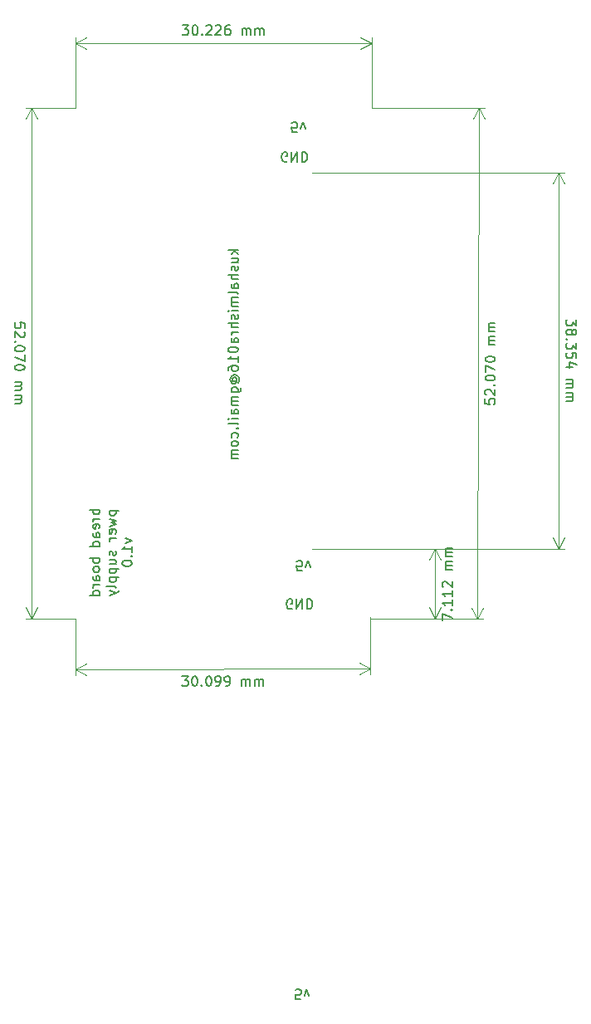
<source format=gbo>
%TF.GenerationSoftware,KiCad,Pcbnew,(5.1.9)-1*%
%TF.CreationDate,2021-04-14T15:21:08+05:30*%
%TF.ProjectId,kicadp_1,6b696361-6470-45f3-912e-6b696361645f,v1*%
%TF.SameCoordinates,Original*%
%TF.FileFunction,Legend,Bot*%
%TF.FilePolarity,Positive*%
%FSLAX46Y46*%
G04 Gerber Fmt 4.6, Leading zero omitted, Abs format (unit mm)*
G04 Created by KiCad (PCBNEW (5.1.9)-1) date 2021-04-14 15:21:08*
%MOMM*%
%LPD*%
G01*
G04 APERTURE LIST*
%ADD10C,0.150000*%
%ADD11C,0.120000*%
G04 APERTURE END LIST*
D10*
X74041523Y-30186380D02*
X74660571Y-30186380D01*
X74327238Y-30567333D01*
X74470095Y-30567333D01*
X74565333Y-30614952D01*
X74612952Y-30662571D01*
X74660571Y-30757809D01*
X74660571Y-30995904D01*
X74612952Y-31091142D01*
X74565333Y-31138761D01*
X74470095Y-31186380D01*
X74184380Y-31186380D01*
X74089142Y-31138761D01*
X74041523Y-31091142D01*
X75279619Y-30186380D02*
X75374857Y-30186380D01*
X75470095Y-30234000D01*
X75517714Y-30281619D01*
X75565333Y-30376857D01*
X75612952Y-30567333D01*
X75612952Y-30805428D01*
X75565333Y-30995904D01*
X75517714Y-31091142D01*
X75470095Y-31138761D01*
X75374857Y-31186380D01*
X75279619Y-31186380D01*
X75184380Y-31138761D01*
X75136761Y-31091142D01*
X75089142Y-30995904D01*
X75041523Y-30805428D01*
X75041523Y-30567333D01*
X75089142Y-30376857D01*
X75136761Y-30281619D01*
X75184380Y-30234000D01*
X75279619Y-30186380D01*
X76041523Y-31091142D02*
X76089142Y-31138761D01*
X76041523Y-31186380D01*
X75993904Y-31138761D01*
X76041523Y-31091142D01*
X76041523Y-31186380D01*
X76470095Y-30281619D02*
X76517714Y-30234000D01*
X76612952Y-30186380D01*
X76851047Y-30186380D01*
X76946285Y-30234000D01*
X76993904Y-30281619D01*
X77041523Y-30376857D01*
X77041523Y-30472095D01*
X76993904Y-30614952D01*
X76422476Y-31186380D01*
X77041523Y-31186380D01*
X77422476Y-30281619D02*
X77470095Y-30234000D01*
X77565333Y-30186380D01*
X77803428Y-30186380D01*
X77898666Y-30234000D01*
X77946285Y-30281619D01*
X77993904Y-30376857D01*
X77993904Y-30472095D01*
X77946285Y-30614952D01*
X77374857Y-31186380D01*
X77993904Y-31186380D01*
X78851047Y-30186380D02*
X78660571Y-30186380D01*
X78565333Y-30234000D01*
X78517714Y-30281619D01*
X78422476Y-30424476D01*
X78374857Y-30614952D01*
X78374857Y-30995904D01*
X78422476Y-31091142D01*
X78470095Y-31138761D01*
X78565333Y-31186380D01*
X78755809Y-31186380D01*
X78851047Y-31138761D01*
X78898666Y-31091142D01*
X78946285Y-30995904D01*
X78946285Y-30757809D01*
X78898666Y-30662571D01*
X78851047Y-30614952D01*
X78755809Y-30567333D01*
X78565333Y-30567333D01*
X78470095Y-30614952D01*
X78422476Y-30662571D01*
X78374857Y-30757809D01*
X80136761Y-31186380D02*
X80136761Y-30519714D01*
X80136761Y-30614952D02*
X80184380Y-30567333D01*
X80279619Y-30519714D01*
X80422476Y-30519714D01*
X80517714Y-30567333D01*
X80565333Y-30662571D01*
X80565333Y-31186380D01*
X80565333Y-30662571D02*
X80612952Y-30567333D01*
X80708190Y-30519714D01*
X80851047Y-30519714D01*
X80946285Y-30567333D01*
X80993904Y-30662571D01*
X80993904Y-31186380D01*
X81470095Y-31186380D02*
X81470095Y-30519714D01*
X81470095Y-30614952D02*
X81517714Y-30567333D01*
X81612952Y-30519714D01*
X81755809Y-30519714D01*
X81851047Y-30567333D01*
X81898666Y-30662571D01*
X81898666Y-31186380D01*
X81898666Y-30662571D02*
X81946285Y-30567333D01*
X82041523Y-30519714D01*
X82184380Y-30519714D01*
X82279619Y-30567333D01*
X82327238Y-30662571D01*
X82327238Y-31186380D01*
D11*
X63119000Y-32004000D02*
X93345000Y-32004000D01*
X63119000Y-38608000D02*
X63119000Y-31417579D01*
X93345000Y-38608000D02*
X93345000Y-31417579D01*
X93345000Y-32004000D02*
X92218496Y-32590421D01*
X93345000Y-32004000D02*
X92218496Y-31417579D01*
X63119000Y-32004000D02*
X64245504Y-32590421D01*
X63119000Y-32004000D02*
X64245504Y-31417579D01*
D10*
X114212619Y-60198523D02*
X114212619Y-60817571D01*
X113831666Y-60484238D01*
X113831666Y-60627095D01*
X113784047Y-60722333D01*
X113736428Y-60769952D01*
X113641190Y-60817571D01*
X113403095Y-60817571D01*
X113307857Y-60769952D01*
X113260238Y-60722333D01*
X113212619Y-60627095D01*
X113212619Y-60341380D01*
X113260238Y-60246142D01*
X113307857Y-60198523D01*
X113784047Y-61389000D02*
X113831666Y-61293761D01*
X113879285Y-61246142D01*
X113974523Y-61198523D01*
X114022142Y-61198523D01*
X114117380Y-61246142D01*
X114165000Y-61293761D01*
X114212619Y-61389000D01*
X114212619Y-61579476D01*
X114165000Y-61674714D01*
X114117380Y-61722333D01*
X114022142Y-61769952D01*
X113974523Y-61769952D01*
X113879285Y-61722333D01*
X113831666Y-61674714D01*
X113784047Y-61579476D01*
X113784047Y-61389000D01*
X113736428Y-61293761D01*
X113688809Y-61246142D01*
X113593571Y-61198523D01*
X113403095Y-61198523D01*
X113307857Y-61246142D01*
X113260238Y-61293761D01*
X113212619Y-61389000D01*
X113212619Y-61579476D01*
X113260238Y-61674714D01*
X113307857Y-61722333D01*
X113403095Y-61769952D01*
X113593571Y-61769952D01*
X113688809Y-61722333D01*
X113736428Y-61674714D01*
X113784047Y-61579476D01*
X113307857Y-62198523D02*
X113260238Y-62246142D01*
X113212619Y-62198523D01*
X113260238Y-62150904D01*
X113307857Y-62198523D01*
X113212619Y-62198523D01*
X114212619Y-62579476D02*
X114212619Y-63198523D01*
X113831666Y-62865190D01*
X113831666Y-63008047D01*
X113784047Y-63103285D01*
X113736428Y-63150904D01*
X113641190Y-63198523D01*
X113403095Y-63198523D01*
X113307857Y-63150904D01*
X113260238Y-63103285D01*
X113212619Y-63008047D01*
X113212619Y-62722333D01*
X113260238Y-62627095D01*
X113307857Y-62579476D01*
X114212619Y-64103285D02*
X114212619Y-63627095D01*
X113736428Y-63579476D01*
X113784047Y-63627095D01*
X113831666Y-63722333D01*
X113831666Y-63960428D01*
X113784047Y-64055666D01*
X113736428Y-64103285D01*
X113641190Y-64150904D01*
X113403095Y-64150904D01*
X113307857Y-64103285D01*
X113260238Y-64055666D01*
X113212619Y-63960428D01*
X113212619Y-63722333D01*
X113260238Y-63627095D01*
X113307857Y-63579476D01*
X113879285Y-65008047D02*
X113212619Y-65008047D01*
X114260238Y-64769952D02*
X113545952Y-64531857D01*
X113545952Y-65150904D01*
X113212619Y-66293761D02*
X113879285Y-66293761D01*
X113784047Y-66293761D02*
X113831666Y-66341380D01*
X113879285Y-66436619D01*
X113879285Y-66579476D01*
X113831666Y-66674714D01*
X113736428Y-66722333D01*
X113212619Y-66722333D01*
X113736428Y-66722333D02*
X113831666Y-66769952D01*
X113879285Y-66865190D01*
X113879285Y-67008047D01*
X113831666Y-67103285D01*
X113736428Y-67150904D01*
X113212619Y-67150904D01*
X113212619Y-67627095D02*
X113879285Y-67627095D01*
X113784047Y-67627095D02*
X113831666Y-67674714D01*
X113879285Y-67769952D01*
X113879285Y-67912809D01*
X113831666Y-68008047D01*
X113736428Y-68055666D01*
X113212619Y-68055666D01*
X113736428Y-68055666D02*
X113831666Y-68103285D01*
X113879285Y-68198523D01*
X113879285Y-68341380D01*
X113831666Y-68436619D01*
X113736428Y-68484238D01*
X113212619Y-68484238D01*
D11*
X112395000Y-45212000D02*
X112395000Y-83566000D01*
X87249000Y-45212000D02*
X112981421Y-45212000D01*
X87249000Y-83566000D02*
X112981421Y-83566000D01*
X112395000Y-83566000D02*
X111808579Y-82439496D01*
X112395000Y-83566000D02*
X112981421Y-82439496D01*
X112395000Y-45212000D02*
X111808579Y-46338504D01*
X112395000Y-45212000D02*
X112981421Y-46338504D01*
D10*
X57951619Y-61023952D02*
X57951619Y-60547761D01*
X57475428Y-60500142D01*
X57523047Y-60547761D01*
X57570666Y-60643000D01*
X57570666Y-60881095D01*
X57523047Y-60976333D01*
X57475428Y-61023952D01*
X57380190Y-61071571D01*
X57142095Y-61071571D01*
X57046857Y-61023952D01*
X56999238Y-60976333D01*
X56951619Y-60881095D01*
X56951619Y-60643000D01*
X56999238Y-60547761D01*
X57046857Y-60500142D01*
X57856380Y-61452523D02*
X57904000Y-61500142D01*
X57951619Y-61595380D01*
X57951619Y-61833476D01*
X57904000Y-61928714D01*
X57856380Y-61976333D01*
X57761142Y-62023952D01*
X57665904Y-62023952D01*
X57523047Y-61976333D01*
X56951619Y-61404904D01*
X56951619Y-62023952D01*
X57046857Y-62452523D02*
X56999238Y-62500142D01*
X56951619Y-62452523D01*
X56999238Y-62404904D01*
X57046857Y-62452523D01*
X56951619Y-62452523D01*
X57951619Y-63119190D02*
X57951619Y-63214428D01*
X57904000Y-63309666D01*
X57856380Y-63357285D01*
X57761142Y-63404904D01*
X57570666Y-63452523D01*
X57332571Y-63452523D01*
X57142095Y-63404904D01*
X57046857Y-63357285D01*
X56999238Y-63309666D01*
X56951619Y-63214428D01*
X56951619Y-63119190D01*
X56999238Y-63023952D01*
X57046857Y-62976333D01*
X57142095Y-62928714D01*
X57332571Y-62881095D01*
X57570666Y-62881095D01*
X57761142Y-62928714D01*
X57856380Y-62976333D01*
X57904000Y-63023952D01*
X57951619Y-63119190D01*
X57951619Y-63785857D02*
X57951619Y-64452523D01*
X56951619Y-64023952D01*
X57951619Y-65023952D02*
X57951619Y-65119190D01*
X57904000Y-65214428D01*
X57856380Y-65262047D01*
X57761142Y-65309666D01*
X57570666Y-65357285D01*
X57332571Y-65357285D01*
X57142095Y-65309666D01*
X57046857Y-65262047D01*
X56999238Y-65214428D01*
X56951619Y-65119190D01*
X56951619Y-65023952D01*
X56999238Y-64928714D01*
X57046857Y-64881095D01*
X57142095Y-64833476D01*
X57332571Y-64785857D01*
X57570666Y-64785857D01*
X57761142Y-64833476D01*
X57856380Y-64881095D01*
X57904000Y-64928714D01*
X57951619Y-65023952D01*
X56951619Y-66547761D02*
X57618285Y-66547761D01*
X57523047Y-66547761D02*
X57570666Y-66595380D01*
X57618285Y-66690619D01*
X57618285Y-66833476D01*
X57570666Y-66928714D01*
X57475428Y-66976333D01*
X56951619Y-66976333D01*
X57475428Y-66976333D02*
X57570666Y-67023952D01*
X57618285Y-67119190D01*
X57618285Y-67262047D01*
X57570666Y-67357285D01*
X57475428Y-67404904D01*
X56951619Y-67404904D01*
X56951619Y-67881095D02*
X57618285Y-67881095D01*
X57523047Y-67881095D02*
X57570666Y-67928714D01*
X57618285Y-68023952D01*
X57618285Y-68166809D01*
X57570666Y-68262047D01*
X57475428Y-68309666D01*
X56951619Y-68309666D01*
X57475428Y-68309666D02*
X57570666Y-68357285D01*
X57618285Y-68452523D01*
X57618285Y-68595380D01*
X57570666Y-68690619D01*
X57475428Y-68738238D01*
X56951619Y-68738238D01*
D11*
X58674000Y-38608000D02*
X58674000Y-90678000D01*
X63119000Y-38608000D02*
X58087579Y-38608000D01*
X63119000Y-90678000D02*
X58087579Y-90678000D01*
X58674000Y-90678000D02*
X58087579Y-89551496D01*
X58674000Y-90678000D02*
X59260421Y-89551496D01*
X58674000Y-38608000D02*
X58087579Y-39734504D01*
X58674000Y-38608000D02*
X59260421Y-39734504D01*
D10*
X74003086Y-96563071D02*
X74622128Y-96560459D01*
X74290405Y-96942814D01*
X74433261Y-96942211D01*
X74528699Y-96989428D01*
X74576519Y-97036846D01*
X74624539Y-97131882D01*
X74625544Y-97369975D01*
X74578327Y-97465413D01*
X74530909Y-97513233D01*
X74435873Y-97561253D01*
X74150161Y-97562459D01*
X74054723Y-97515242D01*
X74006904Y-97467824D01*
X75241170Y-96557847D02*
X75336407Y-96557445D01*
X75431846Y-96604661D01*
X75479665Y-96652079D01*
X75527686Y-96747115D01*
X75576108Y-96937389D01*
X75577113Y-97175482D01*
X75530298Y-97366158D01*
X75483081Y-97461596D01*
X75435663Y-97509415D01*
X75340627Y-97557436D01*
X75245390Y-97557838D01*
X75149951Y-97510621D01*
X75102132Y-97463203D01*
X75054111Y-97368167D01*
X75005689Y-97177893D01*
X75004684Y-96939800D01*
X75051499Y-96749125D01*
X75098716Y-96653687D01*
X75146134Y-96605867D01*
X75241170Y-96557847D01*
X76006886Y-97459386D02*
X76054705Y-97506803D01*
X76007288Y-97554623D01*
X75959468Y-97507205D01*
X76006886Y-97459386D01*
X76007288Y-97554623D01*
X76669729Y-96551819D02*
X76764966Y-96551417D01*
X76860404Y-96598634D01*
X76908224Y-96646051D01*
X76956244Y-96741088D01*
X77004667Y-96931361D01*
X77005671Y-97169454D01*
X76958856Y-97360130D01*
X76911640Y-97455568D01*
X76864222Y-97503388D01*
X76769186Y-97551408D01*
X76673948Y-97551810D01*
X76578510Y-97504593D01*
X76530691Y-97457175D01*
X76482670Y-97362139D01*
X76434248Y-97171866D01*
X76433243Y-96933772D01*
X76480058Y-96743097D01*
X76527275Y-96647659D01*
X76574693Y-96599839D01*
X76669729Y-96551819D01*
X77483465Y-97548394D02*
X77673939Y-97547591D01*
X77768976Y-97499570D01*
X77816393Y-97451751D01*
X77911028Y-97308493D01*
X77957843Y-97117817D01*
X77956235Y-96736868D01*
X77908215Y-96641832D01*
X77860395Y-96594414D01*
X77764957Y-96547198D01*
X77574483Y-96548001D01*
X77479446Y-96596022D01*
X77432029Y-96643841D01*
X77384812Y-96739280D01*
X77385817Y-96977373D01*
X77433837Y-97072409D01*
X77481657Y-97119827D01*
X77577095Y-97167043D01*
X77767569Y-97166240D01*
X77862606Y-97118219D01*
X77910023Y-97070400D01*
X77957240Y-96974962D01*
X78435837Y-97544376D02*
X78626312Y-97543572D01*
X78721348Y-97495552D01*
X78768766Y-97447732D01*
X78863400Y-97304474D01*
X78910215Y-97113799D01*
X78908608Y-96732850D01*
X78860587Y-96637814D01*
X78812768Y-96590396D01*
X78717330Y-96543179D01*
X78526855Y-96543983D01*
X78431819Y-96592003D01*
X78384401Y-96639823D01*
X78337184Y-96735261D01*
X78338189Y-96973354D01*
X78386210Y-97068390D01*
X78434029Y-97115808D01*
X78529467Y-97163025D01*
X78719942Y-97162221D01*
X78814978Y-97114201D01*
X78862396Y-97066381D01*
X78909613Y-96970943D01*
X80102489Y-97537344D02*
X80099676Y-96870683D01*
X80100078Y-96965920D02*
X80147496Y-96918100D01*
X80242532Y-96870080D01*
X80385388Y-96869477D01*
X80480826Y-96916694D01*
X80528847Y-97011730D01*
X80531057Y-97535535D01*
X80528847Y-97011730D02*
X80576063Y-96916292D01*
X80671100Y-96868272D01*
X80813956Y-96867669D01*
X80909394Y-96914886D01*
X80957414Y-97009922D01*
X80959624Y-97533727D01*
X81435811Y-97531718D02*
X81432998Y-96865057D01*
X81433400Y-96960294D02*
X81480817Y-96912475D01*
X81575854Y-96864454D01*
X81718710Y-96863851D01*
X81814148Y-96911068D01*
X81862168Y-97006105D01*
X81864378Y-97529909D01*
X81862168Y-97006105D02*
X81909385Y-96910666D01*
X82004421Y-96862646D01*
X82147277Y-96862043D01*
X82242715Y-96909260D01*
X82290736Y-97004296D01*
X82292946Y-97528101D01*
D11*
X93239977Y-95759515D02*
X63140977Y-95886515D01*
X93218000Y-90551000D02*
X93242451Y-96345930D01*
X63119000Y-90678000D02*
X63143451Y-96472930D01*
X63140977Y-95886515D02*
X64264996Y-95295346D01*
X63140977Y-95886515D02*
X64269945Y-96468177D01*
X93239977Y-95759515D02*
X92111009Y-95177853D01*
X93239977Y-95759515D02*
X92115958Y-96350684D01*
D10*
X104922251Y-68290451D02*
X104921090Y-68766640D01*
X105397163Y-68815420D01*
X105349660Y-68767685D01*
X105302273Y-68672331D01*
X105302854Y-68434237D01*
X105350705Y-68339115D01*
X105398440Y-68291612D01*
X105493794Y-68244226D01*
X105731889Y-68244806D01*
X105827010Y-68292657D01*
X105874513Y-68340392D01*
X105921900Y-68435746D01*
X105921319Y-68673841D01*
X105873468Y-68768963D01*
X105825733Y-68816465D01*
X105018534Y-67862113D02*
X104971032Y-67814378D01*
X104923645Y-67719024D01*
X104924226Y-67480929D01*
X104972077Y-67385808D01*
X105019812Y-67338305D01*
X105115166Y-67290918D01*
X105210404Y-67291151D01*
X105353144Y-67339118D01*
X105923177Y-67911938D01*
X105924687Y-67292893D01*
X105830495Y-66864090D02*
X105878230Y-66816587D01*
X105925732Y-66864323D01*
X105877997Y-66911825D01*
X105830495Y-66864090D01*
X105925732Y-66864323D01*
X104927361Y-66195219D02*
X104927594Y-66099981D01*
X104975445Y-66004859D01*
X105023180Y-65957357D01*
X105118534Y-65909970D01*
X105309126Y-65862816D01*
X105547220Y-65863396D01*
X105737580Y-65911480D01*
X105832701Y-65959331D01*
X105880204Y-66007066D01*
X105927591Y-66102420D01*
X105927359Y-66197658D01*
X105879507Y-66292780D01*
X105831772Y-66340282D01*
X105736418Y-66387669D01*
X105545827Y-66434823D01*
X105307732Y-66434243D01*
X105117373Y-66386159D01*
X105022251Y-66338308D01*
X104974748Y-66290573D01*
X104927361Y-66195219D01*
X104928987Y-65528554D02*
X104930614Y-64861889D01*
X105929565Y-65292899D01*
X104932007Y-64290463D02*
X104932240Y-64195225D01*
X104980091Y-64100103D01*
X105027826Y-64052600D01*
X105123180Y-64005214D01*
X105313771Y-63958059D01*
X105551866Y-63958640D01*
X105742225Y-64006724D01*
X105837347Y-64054575D01*
X105884850Y-64102310D01*
X105932237Y-64197664D01*
X105932004Y-64292902D01*
X105884153Y-64388023D01*
X105836418Y-64435526D01*
X105741064Y-64482913D01*
X105550472Y-64530067D01*
X105312378Y-64529486D01*
X105122018Y-64481403D01*
X105026897Y-64433552D01*
X104979394Y-64385817D01*
X104932007Y-64290463D01*
X105935721Y-62769097D02*
X105269056Y-62767471D01*
X105364294Y-62767703D02*
X105316791Y-62719968D01*
X105269405Y-62624614D01*
X105269753Y-62481757D01*
X105317604Y-62386636D01*
X105412958Y-62339249D01*
X105936766Y-62340526D01*
X105412958Y-62339249D02*
X105317837Y-62291398D01*
X105270450Y-62196044D01*
X105270798Y-62053187D01*
X105318650Y-61958065D01*
X105414003Y-61910679D01*
X105937811Y-61911956D01*
X105938973Y-61435767D02*
X105272308Y-61434141D01*
X105367546Y-61434374D02*
X105320043Y-61386638D01*
X105272657Y-61291285D01*
X105273005Y-61148428D01*
X105320856Y-61053306D01*
X105416210Y-61005920D01*
X105940018Y-61007197D01*
X105416210Y-61005920D02*
X105321089Y-60958068D01*
X105273702Y-60862714D01*
X105274050Y-60719858D01*
X105321902Y-60624736D01*
X105417255Y-60577349D01*
X105941063Y-60578627D01*
D11*
X104145200Y-90704652D02*
X104272200Y-38634652D01*
X93218000Y-90678000D02*
X104731619Y-90706082D01*
X93345000Y-38608000D02*
X104858619Y-38636082D01*
X104272200Y-38634652D02*
X104855871Y-39762583D01*
X104272200Y-38634652D02*
X103683033Y-39759722D01*
X104145200Y-90704652D02*
X104734367Y-89579582D01*
X104145200Y-90704652D02*
X103561529Y-89576721D01*
D10*
X100544380Y-90836285D02*
X100544380Y-90169619D01*
X101544380Y-90598190D01*
X101449142Y-89788666D02*
X101496761Y-89741047D01*
X101544380Y-89788666D01*
X101496761Y-89836285D01*
X101449142Y-89788666D01*
X101544380Y-89788666D01*
X101544380Y-88788666D02*
X101544380Y-89360095D01*
X101544380Y-89074380D02*
X100544380Y-89074380D01*
X100687238Y-89169619D01*
X100782476Y-89264857D01*
X100830095Y-89360095D01*
X101544380Y-87836285D02*
X101544380Y-88407714D01*
X101544380Y-88122000D02*
X100544380Y-88122000D01*
X100687238Y-88217238D01*
X100782476Y-88312476D01*
X100830095Y-88407714D01*
X100639619Y-87455333D02*
X100592000Y-87407714D01*
X100544380Y-87312476D01*
X100544380Y-87074380D01*
X100592000Y-86979142D01*
X100639619Y-86931523D01*
X100734857Y-86883904D01*
X100830095Y-86883904D01*
X100972952Y-86931523D01*
X101544380Y-87502952D01*
X101544380Y-86883904D01*
X101544380Y-85693428D02*
X100877714Y-85693428D01*
X100972952Y-85693428D02*
X100925333Y-85645809D01*
X100877714Y-85550571D01*
X100877714Y-85407714D01*
X100925333Y-85312476D01*
X101020571Y-85264857D01*
X101544380Y-85264857D01*
X101020571Y-85264857D02*
X100925333Y-85217238D01*
X100877714Y-85122000D01*
X100877714Y-84979142D01*
X100925333Y-84883904D01*
X101020571Y-84836285D01*
X101544380Y-84836285D01*
X101544380Y-84360095D02*
X100877714Y-84360095D01*
X100972952Y-84360095D02*
X100925333Y-84312476D01*
X100877714Y-84217238D01*
X100877714Y-84074380D01*
X100925333Y-83979142D01*
X101020571Y-83931523D01*
X101544380Y-83931523D01*
X101020571Y-83931523D02*
X100925333Y-83883904D01*
X100877714Y-83788666D01*
X100877714Y-83645809D01*
X100925333Y-83550571D01*
X101020571Y-83502952D01*
X101544380Y-83502952D01*
D11*
X99822000Y-90678000D02*
X99822000Y-83566000D01*
X93218000Y-90678000D02*
X100408421Y-90678000D01*
X93218000Y-83566000D02*
X100408421Y-83566000D01*
X99822000Y-83566000D02*
X100408421Y-84692504D01*
X99822000Y-83566000D02*
X99235579Y-84692504D01*
X99822000Y-90678000D02*
X100408421Y-89551496D01*
X99822000Y-90678000D02*
X99235579Y-89551496D01*
D10*
X84709095Y-44061000D02*
X84613857Y-44108619D01*
X84471000Y-44108619D01*
X84328142Y-44061000D01*
X84232904Y-43965761D01*
X84185285Y-43870523D01*
X84137666Y-43680047D01*
X84137666Y-43537190D01*
X84185285Y-43346714D01*
X84232904Y-43251476D01*
X84328142Y-43156238D01*
X84471000Y-43108619D01*
X84566238Y-43108619D01*
X84709095Y-43156238D01*
X84756714Y-43203857D01*
X84756714Y-43537190D01*
X84566238Y-43537190D01*
X85185285Y-43108619D02*
X85185285Y-44108619D01*
X85756714Y-43108619D01*
X85756714Y-44108619D01*
X86232904Y-43108619D02*
X86232904Y-44108619D01*
X86471000Y-44108619D01*
X86613857Y-44061000D01*
X86709095Y-43965761D01*
X86756714Y-43870523D01*
X86804333Y-43680047D01*
X86804333Y-43537190D01*
X86756714Y-43346714D01*
X86709095Y-43251476D01*
X86613857Y-43156238D01*
X86471000Y-43108619D01*
X86232904Y-43108619D01*
X85709142Y-41060619D02*
X85232952Y-41060619D01*
X85185333Y-40584428D01*
X85232952Y-40632047D01*
X85328190Y-40679666D01*
X85566285Y-40679666D01*
X85661523Y-40632047D01*
X85709142Y-40584428D01*
X85756761Y-40489190D01*
X85756761Y-40251095D01*
X85709142Y-40155857D01*
X85661523Y-40108238D01*
X85566285Y-40060619D01*
X85328190Y-40060619D01*
X85232952Y-40108238D01*
X85185333Y-40155857D01*
X86090095Y-40727285D02*
X86328190Y-40060619D01*
X86566285Y-40727285D01*
X86090142Y-129452619D02*
X85613952Y-129452619D01*
X85566333Y-128976428D01*
X85613952Y-129024047D01*
X85709190Y-129071666D01*
X85947285Y-129071666D01*
X86042523Y-129024047D01*
X86090142Y-128976428D01*
X86137761Y-128881190D01*
X86137761Y-128643095D01*
X86090142Y-128547857D01*
X86042523Y-128500238D01*
X85947285Y-128452619D01*
X85709190Y-128452619D01*
X85613952Y-128500238D01*
X85566333Y-128547857D01*
X86471095Y-129119285D02*
X86709190Y-128452619D01*
X86947285Y-129119285D01*
X85217095Y-89654000D02*
X85121857Y-89701619D01*
X84979000Y-89701619D01*
X84836142Y-89654000D01*
X84740904Y-89558761D01*
X84693285Y-89463523D01*
X84645666Y-89273047D01*
X84645666Y-89130190D01*
X84693285Y-88939714D01*
X84740904Y-88844476D01*
X84836142Y-88749238D01*
X84979000Y-88701619D01*
X85074238Y-88701619D01*
X85217095Y-88749238D01*
X85264714Y-88796857D01*
X85264714Y-89130190D01*
X85074238Y-89130190D01*
X85693285Y-88701619D02*
X85693285Y-89701619D01*
X86264714Y-88701619D01*
X86264714Y-89701619D01*
X86740904Y-88701619D02*
X86740904Y-89701619D01*
X86979000Y-89701619D01*
X87121857Y-89654000D01*
X87217095Y-89558761D01*
X87264714Y-89463523D01*
X87312333Y-89273047D01*
X87312333Y-89130190D01*
X87264714Y-88939714D01*
X87217095Y-88844476D01*
X87121857Y-88749238D01*
X86979000Y-88701619D01*
X86740904Y-88701619D01*
X86217142Y-85764619D02*
X85740952Y-85764619D01*
X85693333Y-85288428D01*
X85740952Y-85336047D01*
X85836190Y-85383666D01*
X86074285Y-85383666D01*
X86169523Y-85336047D01*
X86217142Y-85288428D01*
X86264761Y-85193190D01*
X86264761Y-84955095D01*
X86217142Y-84859857D01*
X86169523Y-84812238D01*
X86074285Y-84764619D01*
X85836190Y-84764619D01*
X85740952Y-84812238D01*
X85693333Y-84859857D01*
X86598095Y-85431285D02*
X86836190Y-84764619D01*
X87074285Y-85431285D01*
X79700380Y-53111142D02*
X78700380Y-53111142D01*
X79319428Y-53206380D02*
X79700380Y-53492095D01*
X79033714Y-53492095D02*
X79414666Y-53111142D01*
X79033714Y-54349238D02*
X79700380Y-54349238D01*
X79033714Y-53920666D02*
X79557523Y-53920666D01*
X79652761Y-53968285D01*
X79700380Y-54063523D01*
X79700380Y-54206380D01*
X79652761Y-54301619D01*
X79605142Y-54349238D01*
X79652761Y-54777809D02*
X79700380Y-54873047D01*
X79700380Y-55063523D01*
X79652761Y-55158761D01*
X79557523Y-55206380D01*
X79509904Y-55206380D01*
X79414666Y-55158761D01*
X79367047Y-55063523D01*
X79367047Y-54920666D01*
X79319428Y-54825428D01*
X79224190Y-54777809D01*
X79176571Y-54777809D01*
X79081333Y-54825428D01*
X79033714Y-54920666D01*
X79033714Y-55063523D01*
X79081333Y-55158761D01*
X79700380Y-55634952D02*
X78700380Y-55634952D01*
X79700380Y-56063523D02*
X79176571Y-56063523D01*
X79081333Y-56015904D01*
X79033714Y-55920666D01*
X79033714Y-55777809D01*
X79081333Y-55682571D01*
X79128952Y-55634952D01*
X79700380Y-56968285D02*
X79176571Y-56968285D01*
X79081333Y-56920666D01*
X79033714Y-56825428D01*
X79033714Y-56634952D01*
X79081333Y-56539714D01*
X79652761Y-56968285D02*
X79700380Y-56873047D01*
X79700380Y-56634952D01*
X79652761Y-56539714D01*
X79557523Y-56492095D01*
X79462285Y-56492095D01*
X79367047Y-56539714D01*
X79319428Y-56634952D01*
X79319428Y-56873047D01*
X79271809Y-56968285D01*
X79700380Y-57587333D02*
X79652761Y-57492095D01*
X79557523Y-57444476D01*
X78700380Y-57444476D01*
X79700380Y-57968285D02*
X79033714Y-57968285D01*
X79128952Y-57968285D02*
X79081333Y-58015904D01*
X79033714Y-58111142D01*
X79033714Y-58253999D01*
X79081333Y-58349238D01*
X79176571Y-58396857D01*
X79700380Y-58396857D01*
X79176571Y-58396857D02*
X79081333Y-58444476D01*
X79033714Y-58539714D01*
X79033714Y-58682571D01*
X79081333Y-58777809D01*
X79176571Y-58825428D01*
X79700380Y-58825428D01*
X79700380Y-59301619D02*
X79033714Y-59301619D01*
X78700380Y-59301619D02*
X78748000Y-59253999D01*
X78795619Y-59301619D01*
X78748000Y-59349238D01*
X78700380Y-59301619D01*
X78795619Y-59301619D01*
X79652761Y-59730190D02*
X79700380Y-59825428D01*
X79700380Y-60015904D01*
X79652761Y-60111142D01*
X79557523Y-60158761D01*
X79509904Y-60158761D01*
X79414666Y-60111142D01*
X79367047Y-60015904D01*
X79367047Y-59873047D01*
X79319428Y-59777809D01*
X79224190Y-59730190D01*
X79176571Y-59730190D01*
X79081333Y-59777809D01*
X79033714Y-59873047D01*
X79033714Y-60015904D01*
X79081333Y-60111142D01*
X79700380Y-60587333D02*
X78700380Y-60587333D01*
X79700380Y-61015904D02*
X79176571Y-61015904D01*
X79081333Y-60968285D01*
X79033714Y-60873047D01*
X79033714Y-60730190D01*
X79081333Y-60634952D01*
X79128952Y-60587333D01*
X79700380Y-61492095D02*
X79033714Y-61492095D01*
X79224190Y-61492095D02*
X79128952Y-61539714D01*
X79081333Y-61587333D01*
X79033714Y-61682571D01*
X79033714Y-61777809D01*
X79700380Y-62539714D02*
X79176571Y-62539714D01*
X79081333Y-62492095D01*
X79033714Y-62396857D01*
X79033714Y-62206380D01*
X79081333Y-62111142D01*
X79652761Y-62539714D02*
X79700380Y-62444476D01*
X79700380Y-62206380D01*
X79652761Y-62111142D01*
X79557523Y-62063523D01*
X79462285Y-62063523D01*
X79367047Y-62111142D01*
X79319428Y-62206380D01*
X79319428Y-62444476D01*
X79271809Y-62539714D01*
X78700380Y-63206380D02*
X78700380Y-63301619D01*
X78748000Y-63396857D01*
X78795619Y-63444476D01*
X78890857Y-63492095D01*
X79081333Y-63539714D01*
X79319428Y-63539714D01*
X79509904Y-63492095D01*
X79605142Y-63444476D01*
X79652761Y-63396857D01*
X79700380Y-63301619D01*
X79700380Y-63206380D01*
X79652761Y-63111142D01*
X79605142Y-63063523D01*
X79509904Y-63015904D01*
X79319428Y-62968285D01*
X79081333Y-62968285D01*
X78890857Y-63015904D01*
X78795619Y-63063523D01*
X78748000Y-63111142D01*
X78700380Y-63206380D01*
X79700380Y-64492095D02*
X79700380Y-63920666D01*
X79700380Y-64206380D02*
X78700380Y-64206380D01*
X78843238Y-64111142D01*
X78938476Y-64015904D01*
X78986095Y-63920666D01*
X78700380Y-65349238D02*
X78700380Y-65158761D01*
X78748000Y-65063523D01*
X78795619Y-65015904D01*
X78938476Y-64920666D01*
X79128952Y-64873047D01*
X79509904Y-64873047D01*
X79605142Y-64920666D01*
X79652761Y-64968285D01*
X79700380Y-65063523D01*
X79700380Y-65253999D01*
X79652761Y-65349238D01*
X79605142Y-65396857D01*
X79509904Y-65444476D01*
X79271809Y-65444476D01*
X79176571Y-65396857D01*
X79128952Y-65349238D01*
X79081333Y-65253999D01*
X79081333Y-65063523D01*
X79128952Y-64968285D01*
X79176571Y-64920666D01*
X79271809Y-64873047D01*
X79224190Y-66492095D02*
X79176571Y-66444476D01*
X79128952Y-66349238D01*
X79128952Y-66253999D01*
X79176571Y-66158761D01*
X79224190Y-66111142D01*
X79319428Y-66063523D01*
X79414666Y-66063523D01*
X79509904Y-66111142D01*
X79557523Y-66158761D01*
X79605142Y-66253999D01*
X79605142Y-66349238D01*
X79557523Y-66444476D01*
X79509904Y-66492095D01*
X79128952Y-66492095D02*
X79509904Y-66492095D01*
X79557523Y-66539714D01*
X79557523Y-66587333D01*
X79509904Y-66682571D01*
X79414666Y-66730190D01*
X79176571Y-66730190D01*
X79033714Y-66634952D01*
X78938476Y-66492095D01*
X78890857Y-66301619D01*
X78938476Y-66111142D01*
X79033714Y-65968285D01*
X79176571Y-65873047D01*
X79367047Y-65825428D01*
X79557523Y-65873047D01*
X79700380Y-65968285D01*
X79795619Y-66111142D01*
X79843238Y-66301619D01*
X79795619Y-66492095D01*
X79700380Y-66634952D01*
X79033714Y-67587333D02*
X79843238Y-67587333D01*
X79938476Y-67539714D01*
X79986095Y-67492095D01*
X80033714Y-67396857D01*
X80033714Y-67253999D01*
X79986095Y-67158761D01*
X79652761Y-67587333D02*
X79700380Y-67492095D01*
X79700380Y-67301619D01*
X79652761Y-67206380D01*
X79605142Y-67158761D01*
X79509904Y-67111142D01*
X79224190Y-67111142D01*
X79128952Y-67158761D01*
X79081333Y-67206380D01*
X79033714Y-67301619D01*
X79033714Y-67492095D01*
X79081333Y-67587333D01*
X79700380Y-68063523D02*
X79033714Y-68063523D01*
X79128952Y-68063523D02*
X79081333Y-68111142D01*
X79033714Y-68206380D01*
X79033714Y-68349238D01*
X79081333Y-68444476D01*
X79176571Y-68492095D01*
X79700380Y-68492095D01*
X79176571Y-68492095D02*
X79081333Y-68539714D01*
X79033714Y-68634952D01*
X79033714Y-68777809D01*
X79081333Y-68873047D01*
X79176571Y-68920666D01*
X79700380Y-68920666D01*
X79700380Y-69825428D02*
X79176571Y-69825428D01*
X79081333Y-69777809D01*
X79033714Y-69682571D01*
X79033714Y-69492095D01*
X79081333Y-69396857D01*
X79652761Y-69825428D02*
X79700380Y-69730190D01*
X79700380Y-69492095D01*
X79652761Y-69396857D01*
X79557523Y-69349238D01*
X79462285Y-69349238D01*
X79367047Y-69396857D01*
X79319428Y-69492095D01*
X79319428Y-69730190D01*
X79271809Y-69825428D01*
X79700380Y-70301619D02*
X79033714Y-70301619D01*
X78700380Y-70301619D02*
X78748000Y-70253999D01*
X78795619Y-70301619D01*
X78748000Y-70349238D01*
X78700380Y-70301619D01*
X78795619Y-70301619D01*
X79700380Y-70920666D02*
X79652761Y-70825428D01*
X79557523Y-70777809D01*
X78700380Y-70777809D01*
X79605142Y-71301619D02*
X79652761Y-71349238D01*
X79700380Y-71301619D01*
X79652761Y-71253999D01*
X79605142Y-71301619D01*
X79700380Y-71301619D01*
X79652761Y-72206380D02*
X79700380Y-72111142D01*
X79700380Y-71920666D01*
X79652761Y-71825428D01*
X79605142Y-71777809D01*
X79509904Y-71730190D01*
X79224190Y-71730190D01*
X79128952Y-71777809D01*
X79081333Y-71825428D01*
X79033714Y-71920666D01*
X79033714Y-72111142D01*
X79081333Y-72206380D01*
X79700380Y-72777809D02*
X79652761Y-72682571D01*
X79605142Y-72634952D01*
X79509904Y-72587333D01*
X79224190Y-72587333D01*
X79128952Y-72634952D01*
X79081333Y-72682571D01*
X79033714Y-72777809D01*
X79033714Y-72920666D01*
X79081333Y-73015904D01*
X79128952Y-73063523D01*
X79224190Y-73111142D01*
X79509904Y-73111142D01*
X79605142Y-73063523D01*
X79652761Y-73015904D01*
X79700380Y-72920666D01*
X79700380Y-72777809D01*
X79700380Y-73539714D02*
X79033714Y-73539714D01*
X79128952Y-73539714D02*
X79081333Y-73587333D01*
X79033714Y-73682571D01*
X79033714Y-73825428D01*
X79081333Y-73920666D01*
X79176571Y-73968285D01*
X79700380Y-73968285D01*
X79176571Y-73968285D02*
X79081333Y-74015904D01*
X79033714Y-74111142D01*
X79033714Y-74253999D01*
X79081333Y-74349238D01*
X79176571Y-74396857D01*
X79700380Y-74396857D01*
X65604380Y-79589857D02*
X64604380Y-79589857D01*
X64985333Y-79589857D02*
X64937714Y-79685095D01*
X64937714Y-79875571D01*
X64985333Y-79970809D01*
X65032952Y-80018428D01*
X65128190Y-80066047D01*
X65413904Y-80066047D01*
X65509142Y-80018428D01*
X65556761Y-79970809D01*
X65604380Y-79875571D01*
X65604380Y-79685095D01*
X65556761Y-79589857D01*
X65604380Y-80494619D02*
X64937714Y-80494619D01*
X65128190Y-80494619D02*
X65032952Y-80542238D01*
X64985333Y-80589857D01*
X64937714Y-80685095D01*
X64937714Y-80780333D01*
X65556761Y-81494619D02*
X65604380Y-81399380D01*
X65604380Y-81208904D01*
X65556761Y-81113666D01*
X65461523Y-81066047D01*
X65080571Y-81066047D01*
X64985333Y-81113666D01*
X64937714Y-81208904D01*
X64937714Y-81399380D01*
X64985333Y-81494619D01*
X65080571Y-81542238D01*
X65175809Y-81542238D01*
X65271047Y-81066047D01*
X65604380Y-82399380D02*
X65080571Y-82399380D01*
X64985333Y-82351761D01*
X64937714Y-82256523D01*
X64937714Y-82066047D01*
X64985333Y-81970809D01*
X65556761Y-82399380D02*
X65604380Y-82304142D01*
X65604380Y-82066047D01*
X65556761Y-81970809D01*
X65461523Y-81923190D01*
X65366285Y-81923190D01*
X65271047Y-81970809D01*
X65223428Y-82066047D01*
X65223428Y-82304142D01*
X65175809Y-82399380D01*
X65604380Y-83304142D02*
X64604380Y-83304142D01*
X65556761Y-83304142D02*
X65604380Y-83208904D01*
X65604380Y-83018428D01*
X65556761Y-82923190D01*
X65509142Y-82875571D01*
X65413904Y-82827952D01*
X65128190Y-82827952D01*
X65032952Y-82875571D01*
X64985333Y-82923190D01*
X64937714Y-83018428D01*
X64937714Y-83208904D01*
X64985333Y-83304142D01*
X65604380Y-84542238D02*
X64604380Y-84542238D01*
X64985333Y-84542238D02*
X64937714Y-84637476D01*
X64937714Y-84827952D01*
X64985333Y-84923190D01*
X65032952Y-84970809D01*
X65128190Y-85018428D01*
X65413904Y-85018428D01*
X65509142Y-84970809D01*
X65556761Y-84923190D01*
X65604380Y-84827952D01*
X65604380Y-84637476D01*
X65556761Y-84542238D01*
X65604380Y-85589857D02*
X65556761Y-85494619D01*
X65509142Y-85447000D01*
X65413904Y-85399380D01*
X65128190Y-85399380D01*
X65032952Y-85447000D01*
X64985333Y-85494619D01*
X64937714Y-85589857D01*
X64937714Y-85732714D01*
X64985333Y-85827952D01*
X65032952Y-85875571D01*
X65128190Y-85923190D01*
X65413904Y-85923190D01*
X65509142Y-85875571D01*
X65556761Y-85827952D01*
X65604380Y-85732714D01*
X65604380Y-85589857D01*
X65604380Y-86780333D02*
X65080571Y-86780333D01*
X64985333Y-86732714D01*
X64937714Y-86637476D01*
X64937714Y-86447000D01*
X64985333Y-86351761D01*
X65556761Y-86780333D02*
X65604380Y-86685095D01*
X65604380Y-86447000D01*
X65556761Y-86351761D01*
X65461523Y-86304142D01*
X65366285Y-86304142D01*
X65271047Y-86351761D01*
X65223428Y-86447000D01*
X65223428Y-86685095D01*
X65175809Y-86780333D01*
X65604380Y-87256523D02*
X64937714Y-87256523D01*
X65128190Y-87256523D02*
X65032952Y-87304142D01*
X64985333Y-87351761D01*
X64937714Y-87447000D01*
X64937714Y-87542238D01*
X65604380Y-88304142D02*
X64604380Y-88304142D01*
X65556761Y-88304142D02*
X65604380Y-88208904D01*
X65604380Y-88018428D01*
X65556761Y-87923190D01*
X65509142Y-87875571D01*
X65413904Y-87827952D01*
X65128190Y-87827952D01*
X65032952Y-87875571D01*
X64985333Y-87923190D01*
X64937714Y-88018428D01*
X64937714Y-88208904D01*
X64985333Y-88304142D01*
X66587714Y-79685095D02*
X67587714Y-79685095D01*
X66635333Y-79685095D02*
X66587714Y-79780333D01*
X66587714Y-79970809D01*
X66635333Y-80066047D01*
X66682952Y-80113666D01*
X66778190Y-80161285D01*
X67063904Y-80161285D01*
X67159142Y-80113666D01*
X67206761Y-80066047D01*
X67254380Y-79970809D01*
X67254380Y-79780333D01*
X67206761Y-79685095D01*
X66587714Y-80494619D02*
X67254380Y-80685095D01*
X66778190Y-80875571D01*
X67254380Y-81066047D01*
X66587714Y-81256523D01*
X67206761Y-82018428D02*
X67254380Y-81923190D01*
X67254380Y-81732714D01*
X67206761Y-81637476D01*
X67111523Y-81589857D01*
X66730571Y-81589857D01*
X66635333Y-81637476D01*
X66587714Y-81732714D01*
X66587714Y-81923190D01*
X66635333Y-82018428D01*
X66730571Y-82066047D01*
X66825809Y-82066047D01*
X66921047Y-81589857D01*
X67254380Y-82494619D02*
X66587714Y-82494619D01*
X66778190Y-82494619D02*
X66682952Y-82542238D01*
X66635333Y-82589857D01*
X66587714Y-82685095D01*
X66587714Y-82780333D01*
X67206761Y-83827952D02*
X67254380Y-83923190D01*
X67254380Y-84113666D01*
X67206761Y-84208904D01*
X67111523Y-84256523D01*
X67063904Y-84256523D01*
X66968666Y-84208904D01*
X66921047Y-84113666D01*
X66921047Y-83970809D01*
X66873428Y-83875571D01*
X66778190Y-83827952D01*
X66730571Y-83827952D01*
X66635333Y-83875571D01*
X66587714Y-83970809D01*
X66587714Y-84113666D01*
X66635333Y-84208904D01*
X66587714Y-85113666D02*
X67254380Y-85113666D01*
X66587714Y-84685095D02*
X67111523Y-84685095D01*
X67206761Y-84732714D01*
X67254380Y-84827952D01*
X67254380Y-84970809D01*
X67206761Y-85066047D01*
X67159142Y-85113666D01*
X66587714Y-85589857D02*
X67587714Y-85589857D01*
X66635333Y-85589857D02*
X66587714Y-85685095D01*
X66587714Y-85875571D01*
X66635333Y-85970809D01*
X66682952Y-86018428D01*
X66778190Y-86066047D01*
X67063904Y-86066047D01*
X67159142Y-86018428D01*
X67206761Y-85970809D01*
X67254380Y-85875571D01*
X67254380Y-85685095D01*
X67206761Y-85589857D01*
X66587714Y-86494619D02*
X67587714Y-86494619D01*
X66635333Y-86494619D02*
X66587714Y-86589857D01*
X66587714Y-86780333D01*
X66635333Y-86875571D01*
X66682952Y-86923190D01*
X66778190Y-86970809D01*
X67063904Y-86970809D01*
X67159142Y-86923190D01*
X67206761Y-86875571D01*
X67254380Y-86780333D01*
X67254380Y-86589857D01*
X67206761Y-86494619D01*
X67254380Y-87542238D02*
X67206761Y-87447000D01*
X67111523Y-87399380D01*
X66254380Y-87399380D01*
X66587714Y-87827952D02*
X67254380Y-88066047D01*
X66587714Y-88304142D02*
X67254380Y-88066047D01*
X67492476Y-87970809D01*
X67540095Y-87923190D01*
X67587714Y-87827952D01*
X68237714Y-82518428D02*
X68904380Y-82756523D01*
X68237714Y-82994619D01*
X68904380Y-83899380D02*
X68904380Y-83327952D01*
X68904380Y-83613666D02*
X67904380Y-83613666D01*
X68047238Y-83518428D01*
X68142476Y-83423190D01*
X68190095Y-83327952D01*
X68809142Y-84327952D02*
X68856761Y-84375571D01*
X68904380Y-84327952D01*
X68856761Y-84280333D01*
X68809142Y-84327952D01*
X68904380Y-84327952D01*
X67904380Y-84994619D02*
X67904380Y-85089857D01*
X67952000Y-85185095D01*
X67999619Y-85232714D01*
X68094857Y-85280333D01*
X68285333Y-85327952D01*
X68523428Y-85327952D01*
X68713904Y-85280333D01*
X68809142Y-85232714D01*
X68856761Y-85185095D01*
X68904380Y-85089857D01*
X68904380Y-84994619D01*
X68856761Y-84899380D01*
X68809142Y-84851761D01*
X68713904Y-84804142D01*
X68523428Y-84756523D01*
X68285333Y-84756523D01*
X68094857Y-84804142D01*
X67999619Y-84851761D01*
X67952000Y-84899380D01*
X67904380Y-84994619D01*
M02*

</source>
